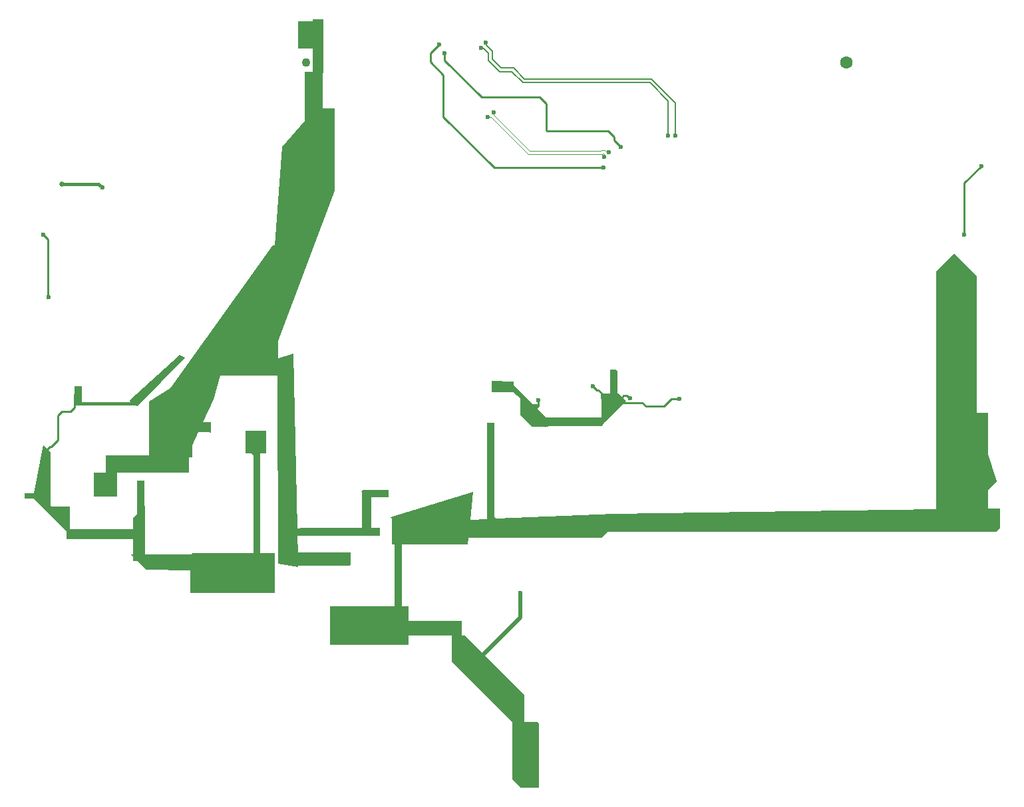
<source format=gbr>
%TF.GenerationSoftware,Altium Limited,Altium Designer,25.8.1 (18)*%
G04 Layer_Physical_Order=3*
G04 Layer_Color=36540*
%FSLAX45Y45*%
%MOMM*%
%TF.SameCoordinates,716D66D7-A0E9-4909-A487-8E51579E39AF*%
%TF.FilePolarity,Positive*%
%TF.FileFunction,Copper,L3,Inr,Signal*%
%TF.Part,Single*%
G01*
G75*
%TA.AperFunction,Conductor*%
%ADD133C,0.25400*%
%ADD135C,0.50000*%
%ADD138C,0.40000*%
%ADD141C,0.45000*%
%TA.AperFunction,ComponentPad*%
%ADD148C,1.10000*%
%ADD149C,1.60000*%
%ADD153C,0.65000*%
%TA.AperFunction,ViaPad*%
%ADD161C,0.60000*%
%TA.AperFunction,Conductor*%
%ADD162C,0.16725*%
%ADD163C,0.10154*%
G36*
X5206456Y8367912D02*
X4607388Y7746449D01*
X4586093Y7760000D01*
X3800000D01*
Y7800000D01*
Y8000000D01*
X3900000D01*
Y7800000D01*
X4523237D01*
X4501248Y7813993D01*
X5140000Y8400000D01*
X5206456Y8367912D01*
D02*
G37*
G36*
X10711180Y8200390D02*
Y7912100D01*
X10718800D01*
X10817860Y7813040D01*
X10551160Y7546340D01*
X10517464D01*
Y7493000D01*
X9827260D01*
X9822180Y7487920D01*
X9797920D01*
X9790000Y7480000D01*
X9791098Y7487920D01*
X9621519D01*
X9471660Y7637780D01*
Y7853997D01*
X9384937Y7929880D01*
X9108440D01*
Y8067040D01*
X9387840Y8064500D01*
Y8018780D01*
X9636760Y7769860D01*
X9703921D01*
X9692367Y7714253D01*
X9806631Y7599989D01*
X9806940Y7602220D01*
X10502900D01*
X10504170Y7600950D01*
X10507980Y7604760D01*
Y7912100D01*
X10619740D01*
Y8218170D01*
X10690860D01*
X10711180Y8200390D01*
D02*
G37*
G36*
X15285719Y9405620D02*
Y7665720D01*
X15425420D01*
Y7137399D01*
X15539719Y6794500D01*
X15425420Y6680201D01*
Y6444277D01*
X15580360Y6446520D01*
Y6197600D01*
X15534641Y6151880D01*
X10594340D01*
Y6154420D01*
X10513060Y6073140D01*
X8813000D01*
X8803906Y5990000D01*
X7970000D01*
Y5200000D01*
X8050000D01*
Y5010000D01*
X8730000D01*
X8730000Y4830000D01*
X8774240D01*
X9527540Y4076700D01*
Y3723640D01*
X9692640D01*
X9712960Y3703320D01*
Y2887980D01*
X9486900D01*
X9375140Y2999740D01*
Y3721100D01*
X9380066Y3721254D01*
X8602980Y4498340D01*
Y4830000D01*
X8050000D01*
Y4710000D01*
X7051040D01*
Y5200000D01*
X7880000D01*
Y5990000D01*
X7840000D01*
Y6320000D01*
X7822656Y6337344D01*
X8877205Y6660165D01*
X8838287Y6304343D01*
X9050020Y6312566D01*
Y7533640D01*
X9149080D01*
Y6339840D01*
X9171631Y6317289D01*
X10668000Y6375400D01*
X14765021Y6434716D01*
Y9464040D01*
X14996159Y9695179D01*
X15285719Y9405620D01*
D02*
G37*
G36*
X6240000Y7145000D02*
X6162040D01*
Y5880000D01*
X6350000D01*
Y5370000D01*
X5280000D01*
Y5659572D01*
X4715607Y5662590D01*
X4600080Y5778118D01*
X4544060D01*
Y5834138D01*
X4520241Y5857958D01*
X4544060D01*
Y6058630D01*
X3700339D01*
Y6154980D01*
X3495319Y6360000D01*
X3285318Y6570000D01*
X3165319D01*
Y6640000D01*
X3285319D01*
D01*
X3403945Y7254698D01*
X3501981Y7156662D01*
X3496397Y6488921D01*
X3515319Y6470000D01*
X3745319D01*
Y6184170D01*
X4544060D01*
Y6324061D01*
X4595319Y6375319D01*
Y6799580D01*
X4695319D01*
Y6475319D01*
X4701881Y6481882D01*
X4698545Y5857958D01*
X5287958D01*
X5310000Y5880000D01*
X6078220D01*
Y7145000D01*
X5979160D01*
Y7435000D01*
X6240000D01*
Y7145000D01*
D02*
G37*
G36*
X6965552Y11995552D02*
X6960000Y11990000D01*
Y11540000D01*
D01*
X7109999Y11540000D01*
X7110000Y10489411D01*
X6393180Y8581790D01*
Y8361798D01*
X6587905Y8418039D01*
X6637296Y6190000D01*
X6660000D01*
X6690000Y6200000D01*
X7462205D01*
Y6655115D01*
X7449820Y6667500D01*
X7465060Y6682740D01*
X7561580D01*
Y6685280D01*
X7787640D01*
X7790180Y6687820D01*
X7797800Y6680200D01*
Y6586220D01*
X7581900D01*
Y6200000D01*
X7690000D01*
Y6110000D01*
X7700000Y6100000D01*
X6639291D01*
X6644053Y5885180D01*
X7315200D01*
Y5730240D01*
X7299960Y5715000D01*
X6647825D01*
X6648204Y5697896D01*
X6396441Y5739856D01*
X6381332Y8140000D01*
X5660862D01*
X5570000Y7830000D01*
X5439080Y7546340D01*
X5539740D01*
Y7417240D01*
X5528750Y7406250D01*
X5520740Y7414260D01*
X5378120D01*
X5300000Y7245000D01*
Y7095000D01*
X5260000D01*
Y6900000D01*
X4345319D01*
Y6600000D01*
X4045319D01*
Y6900000D01*
X4200000D01*
Y7120000D01*
X4750000D01*
Y7245000D01*
Y7810000D01*
X5025594Y7977027D01*
X6325968Y9799319D01*
X6354191D01*
X6446503Y11052760D01*
X6730000Y11384857D01*
Y12010000D01*
X6835000D01*
Y12300000D01*
X6650000D01*
Y12650000D01*
X6835000D01*
Y12675000D01*
X6830000Y12680000D01*
X6965552D01*
Y11995552D01*
D02*
G37*
%LPC*%
G36*
X15186659Y6441440D02*
X15186031Y6440811D01*
X15186659Y6440820D01*
Y6441440D01*
D02*
G37*
%LPD*%
D133*
X6020000Y5850000D02*
X6021260Y5851260D01*
X3435319Y7180000D02*
X3489619Y7234300D01*
X3509619D01*
X3595319Y7320000D01*
Y7630000D01*
X6050000Y7170000D02*
X6100000Y7120000D01*
Y7000000D02*
Y7120000D01*
Y7000000D02*
X6120000Y6980000D01*
X6100000Y7000000D02*
X6150000Y7050000D01*
X6120000Y5870000D02*
X6140000Y5850000D01*
X6100000Y5890000D02*
X6120000Y5870000D01*
Y6980000D01*
X6150000Y7050000D02*
Y7210000D01*
X3645319Y7680000D02*
X3745319D01*
X3595319Y7630000D02*
X3645319Y7680000D01*
X3800000Y7730000D02*
Y7900000D01*
X3750000Y7680000D02*
X3800000Y7730000D01*
X7880000Y5190000D02*
Y6080000D01*
X7950000Y5180000D02*
Y6070000D01*
X7970000Y6090000D01*
X8017957D01*
X8050057Y6057900D01*
X8059420D01*
X7880000Y6080000D02*
X7914167Y6114167D01*
X7948140D01*
X7954607Y6107700D02*
X7984220D01*
X7948140Y6114167D02*
X7954607Y6107700D01*
X7984220D02*
X7990840Y6101080D01*
X9354340Y8016720D02*
X9575800Y7795260D01*
X9288300Y8016720D02*
X9354340D01*
X9286240Y8018780D02*
X9288300Y8016720D01*
X10505440Y7523480D02*
X10528300Y7546340D01*
X10419080Y7584440D02*
X10434320D01*
X9641840Y7716520D02*
X9669780D01*
X9575800Y7594200D02*
Y7795260D01*
X9669780Y7716520D02*
X9707880Y7754620D01*
Y7823200D01*
X11028680Y7790180D02*
X11074400Y7744460D01*
X10728634Y7790180D02*
X11028680D01*
X11074400Y7744460D02*
X11300460D01*
X11396980Y7840980D01*
X11498580D01*
X10510520Y7848600D02*
Y7914640D01*
X10833897Y7881620D02*
X10864377Y7851140D01*
X10768330Y7862570D02*
X10787380Y7881620D01*
X10833897D01*
X10864377Y7851140D02*
X10873740D01*
X10402087Y8003540D02*
X10449847Y7955780D01*
X10469380D02*
X10510520Y7914640D01*
X10449847Y7955780D02*
X10469380D01*
X10401300Y8003540D02*
X10402087D01*
X15125700Y10589260D02*
X15339059Y10802620D01*
X15125700Y9931400D02*
Y10589260D01*
X3408680Y9931400D02*
X3467100Y9872980D01*
Y9157263D02*
Y9872980D01*
X3475000Y9140000D02*
Y9149363D01*
X3467100Y9157263D02*
X3475000Y9149363D01*
X8496300Y11432540D02*
X9144000Y10784840D01*
X10530840D01*
X8496300Y11432540D02*
Y11968480D01*
X10668706Y11132114D02*
X10751820Y11049000D01*
X10594340Y11249660D02*
X10668706Y11175294D01*
Y11132114D02*
Y11175294D01*
X9801860Y11264539D02*
X9816739Y11249660D01*
X10594340D01*
X8981440Y11681460D02*
X9723120D01*
X8514080Y12148820D02*
X8981440Y11681460D01*
X8514080Y12148820D02*
Y12242800D01*
X8331200D02*
X8440420Y12352020D01*
X8331200Y12133580D02*
Y12242800D01*
X9801860Y11264539D02*
Y11602720D01*
X9723120Y11681460D02*
X9801860Y11602720D01*
X8331200Y12133580D02*
X8496300Y11968480D01*
D135*
X9001760Y4579620D02*
X9474200Y5052060D01*
Y5372100D01*
D138*
X4110000Y10580000D02*
X4160000Y10530000D01*
D141*
X3643000Y10580000D02*
X4110000D01*
D148*
X6747500Y12128800D02*
D03*
D149*
X13627499D02*
D03*
D153*
X3643000Y10580000D02*
D03*
D161*
X6775400Y11638280D02*
D03*
X6950650Y11488420D02*
D03*
X7036960Y11478260D02*
D03*
X6779260Y11869420D02*
D03*
X6776720Y11762740D02*
D03*
X6890000Y12257500D02*
D03*
X6913880Y12349480D02*
D03*
X7750520Y6630464D02*
D03*
X7660000Y6170000D02*
D03*
X6870000Y11490000D02*
D03*
X7239000Y5839460D02*
D03*
X7241540Y5763260D02*
D03*
X6791960Y12458700D02*
D03*
X6780000Y12610000D02*
D03*
X6702805Y12542814D02*
D03*
X6703060Y12430940D02*
D03*
X5467607Y7498467D02*
D03*
X5257800Y7297420D02*
D03*
X5219700Y7216140D02*
D03*
Y7134860D02*
D03*
X4092339Y6819900D02*
D03*
X4171079Y6817360D02*
D03*
X4135319Y6670000D02*
D03*
X3698639Y6248400D02*
D03*
X3215319Y6610000D02*
D03*
X5549230Y5510378D02*
D03*
X5889789Y5505334D02*
D03*
X5729230Y5510378D02*
D03*
X4653679Y6753860D02*
D03*
X6069788Y5505334D02*
D03*
X6150000Y7210000D02*
D03*
X6037580Y7391400D02*
D03*
X3870000Y7900000D02*
D03*
X5140000Y8350000D02*
D03*
X7195820Y4846320D02*
D03*
X7340600D02*
D03*
X7600000Y4860000D02*
D03*
X7690000D02*
D03*
X7870000D02*
D03*
X7780000D02*
D03*
X8670000Y4930000D02*
D03*
X8059420Y6057900D02*
D03*
X7990840Y6101080D02*
D03*
X9108844Y7507370D02*
D03*
X9179560Y8023860D02*
D03*
X9286240Y8018780D02*
D03*
X9474200Y5372100D02*
D03*
X9657080Y2926080D02*
D03*
X9707880Y7823200D02*
D03*
X10873740Y7851140D02*
D03*
X15354300Y7454900D02*
D03*
X15356841Y7538720D02*
D03*
X11498580Y7840980D02*
D03*
X10401300Y8003540D02*
D03*
X10657840Y8173720D02*
D03*
X14917419Y9326880D02*
D03*
X15036800Y9316720D02*
D03*
X15339059Y10802620D02*
D03*
X15125700Y9931400D02*
D03*
X10604500Y10985500D02*
D03*
X10543540Y10919460D02*
D03*
X4160000Y10530000D02*
D03*
X3408680Y9931400D02*
D03*
X3475000Y9140000D02*
D03*
X8977308Y12314868D02*
D03*
X9032240Y12377420D02*
D03*
X9062720Y11427460D02*
D03*
X11445240Y11191240D02*
D03*
X11356340Y11193780D02*
D03*
X9135780Y11492022D02*
D03*
X10751820Y11049000D02*
D03*
X8440420Y12352020D02*
D03*
X10530840Y10784840D02*
D03*
X8514080Y12242800D02*
D03*
D162*
X9211664Y12008378D02*
X9369607D01*
X9231018Y12055102D02*
X9388961D01*
X9509570Y11868415D02*
X11123665D01*
X9388961Y12055102D02*
X9528924Y11915140D01*
X11143019D01*
X9369607Y12008378D02*
X9509570Y11868415D01*
X9117837Y12168283D02*
Y12266120D01*
X9032240Y12377420D02*
X9040520Y12369140D01*
X9011290Y12306588D02*
X9071113Y12246766D01*
Y12148929D02*
Y12246766D01*
X8985588Y12306588D02*
X9011290D01*
X8977308Y12314868D02*
X8985588Y12306588D01*
X9071113Y12148929D02*
X9211664Y12008378D01*
X9040520Y12343437D02*
X9117837Y12266120D01*
Y12168283D02*
X9231018Y12055102D01*
X9040520Y12343437D02*
Y12369140D01*
X11445240Y11191240D02*
Y11612919D01*
X11143019Y11915140D02*
X11445240Y11612919D01*
X11356340Y11193780D02*
Y11635740D01*
X11123665Y11868415D02*
X11356340Y11635740D01*
D163*
X9577910Y10955506D02*
X10515619D01*
X10533414Y10964692D02*
X10539363Y10958743D01*
X10600324Y10989676D02*
X10604500Y10985500D01*
X10550047Y11004846D02*
X10565217Y10989676D01*
X10600324D01*
X10515619Y10955506D02*
X10524805Y10964692D01*
X10508173Y11004846D02*
X10550047D01*
X10498986Y10995660D02*
X10508173Y11004846D01*
X10524805Y10964692D02*
X10533414D01*
X9104822Y11428594D02*
X9577910Y10955506D01*
X10539363Y10923637D02*
Y10958743D01*
X9594543Y10995660D02*
X10498986D01*
X10539363Y10923637D02*
X10543540Y10919460D01*
X9135780Y11492022D02*
X9137464Y11490338D01*
Y11452739D02*
Y11490338D01*
Y11452739D02*
X9594543Y10995660D01*
X9063854Y11428594D02*
X9104822D01*
X9062720Y11427460D02*
X9063854Y11428594D01*
%TF.MD5,ae17c0035e790bb5099d9a61577c40cc*%
M02*

</source>
